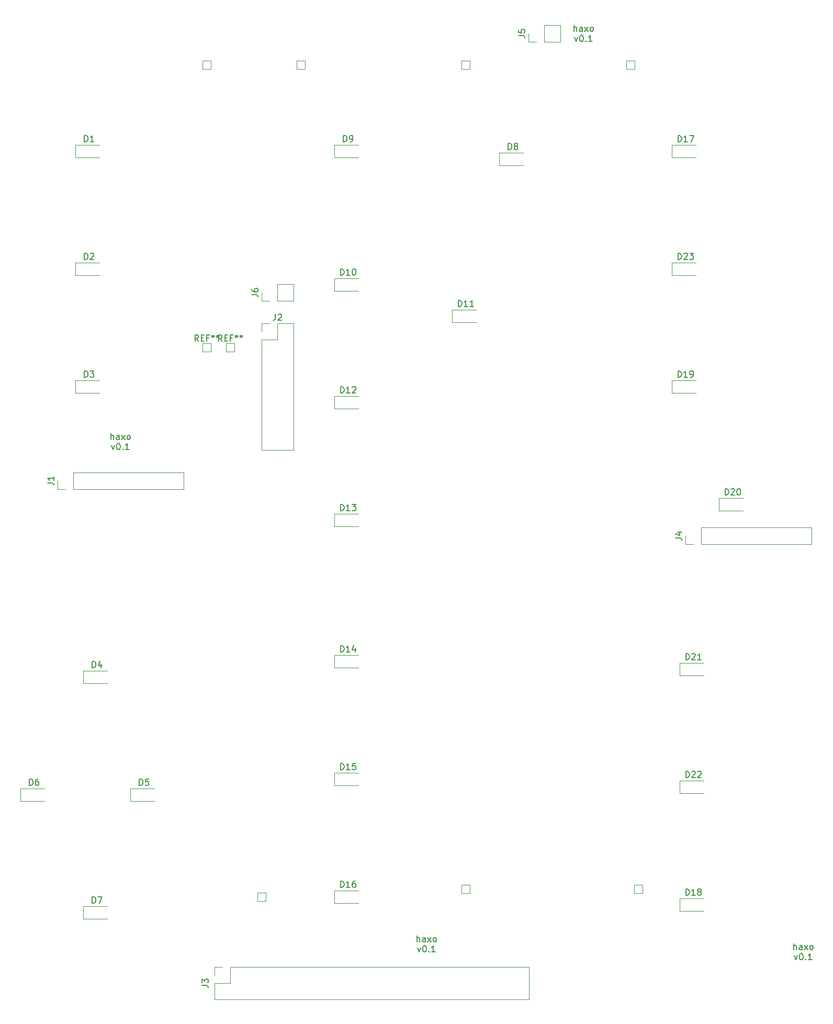
<source format=gbr>
%TF.GenerationSoftware,KiCad,Pcbnew,(5.1.10-1-10_14)*%
%TF.CreationDate,2021-05-06T19:08:34+01:00*%
%TF.ProjectId,haxophone001,6861786f-7068-46f6-9e65-3030312e6b69,rev?*%
%TF.SameCoordinates,Original*%
%TF.FileFunction,Legend,Top*%
%TF.FilePolarity,Positive*%
%FSLAX46Y46*%
G04 Gerber Fmt 4.6, Leading zero omitted, Abs format (unit mm)*
G04 Created by KiCad (PCBNEW (5.1.10-1-10_14)) date 2021-05-06 19:08:34*
%MOMM*%
%LPD*%
G01*
G04 APERTURE LIST*
%ADD10C,0.150000*%
%ADD11C,0.120000*%
G04 APERTURE END LIST*
D10*
X135636190Y-17407380D02*
X135636190Y-16407380D01*
X136064761Y-17407380D02*
X136064761Y-16883571D01*
X136017142Y-16788333D01*
X135921904Y-16740714D01*
X135779047Y-16740714D01*
X135683809Y-16788333D01*
X135636190Y-16835952D01*
X136969523Y-17407380D02*
X136969523Y-16883571D01*
X136921904Y-16788333D01*
X136826666Y-16740714D01*
X136636190Y-16740714D01*
X136540952Y-16788333D01*
X136969523Y-17359761D02*
X136874285Y-17407380D01*
X136636190Y-17407380D01*
X136540952Y-17359761D01*
X136493333Y-17264523D01*
X136493333Y-17169285D01*
X136540952Y-17074047D01*
X136636190Y-17026428D01*
X136874285Y-17026428D01*
X136969523Y-16978809D01*
X137350476Y-17407380D02*
X137874285Y-16740714D01*
X137350476Y-16740714D02*
X137874285Y-17407380D01*
X138398095Y-17407380D02*
X138302857Y-17359761D01*
X138255238Y-17312142D01*
X138207619Y-17216904D01*
X138207619Y-16931190D01*
X138255238Y-16835952D01*
X138302857Y-16788333D01*
X138398095Y-16740714D01*
X138540952Y-16740714D01*
X138636190Y-16788333D01*
X138683809Y-16835952D01*
X138731428Y-16931190D01*
X138731428Y-17216904D01*
X138683809Y-17312142D01*
X138636190Y-17359761D01*
X138540952Y-17407380D01*
X138398095Y-17407380D01*
X135731428Y-18390714D02*
X135969523Y-19057380D01*
X136207619Y-18390714D01*
X136779047Y-18057380D02*
X136874285Y-18057380D01*
X136969523Y-18105000D01*
X137017142Y-18152619D01*
X137064761Y-18247857D01*
X137112380Y-18438333D01*
X137112380Y-18676428D01*
X137064761Y-18866904D01*
X137017142Y-18962142D01*
X136969523Y-19009761D01*
X136874285Y-19057380D01*
X136779047Y-19057380D01*
X136683809Y-19009761D01*
X136636190Y-18962142D01*
X136588571Y-18866904D01*
X136540952Y-18676428D01*
X136540952Y-18438333D01*
X136588571Y-18247857D01*
X136636190Y-18152619D01*
X136683809Y-18105000D01*
X136779047Y-18057380D01*
X137540952Y-18962142D02*
X137588571Y-19009761D01*
X137540952Y-19057380D01*
X137493333Y-19009761D01*
X137540952Y-18962142D01*
X137540952Y-19057380D01*
X138540952Y-19057380D02*
X137969523Y-19057380D01*
X138255238Y-19057380D02*
X138255238Y-18057380D01*
X138160000Y-18200238D01*
X138064761Y-18295476D01*
X137969523Y-18343095D01*
X60706190Y-83447380D02*
X60706190Y-82447380D01*
X61134761Y-83447380D02*
X61134761Y-82923571D01*
X61087142Y-82828333D01*
X60991904Y-82780714D01*
X60849047Y-82780714D01*
X60753809Y-82828333D01*
X60706190Y-82875952D01*
X62039523Y-83447380D02*
X62039523Y-82923571D01*
X61991904Y-82828333D01*
X61896666Y-82780714D01*
X61706190Y-82780714D01*
X61610952Y-82828333D01*
X62039523Y-83399761D02*
X61944285Y-83447380D01*
X61706190Y-83447380D01*
X61610952Y-83399761D01*
X61563333Y-83304523D01*
X61563333Y-83209285D01*
X61610952Y-83114047D01*
X61706190Y-83066428D01*
X61944285Y-83066428D01*
X62039523Y-83018809D01*
X62420476Y-83447380D02*
X62944285Y-82780714D01*
X62420476Y-82780714D02*
X62944285Y-83447380D01*
X63468095Y-83447380D02*
X63372857Y-83399761D01*
X63325238Y-83352142D01*
X63277619Y-83256904D01*
X63277619Y-82971190D01*
X63325238Y-82875952D01*
X63372857Y-82828333D01*
X63468095Y-82780714D01*
X63610952Y-82780714D01*
X63706190Y-82828333D01*
X63753809Y-82875952D01*
X63801428Y-82971190D01*
X63801428Y-83256904D01*
X63753809Y-83352142D01*
X63706190Y-83399761D01*
X63610952Y-83447380D01*
X63468095Y-83447380D01*
X60801428Y-84430714D02*
X61039523Y-85097380D01*
X61277619Y-84430714D01*
X61849047Y-84097380D02*
X61944285Y-84097380D01*
X62039523Y-84145000D01*
X62087142Y-84192619D01*
X62134761Y-84287857D01*
X62182380Y-84478333D01*
X62182380Y-84716428D01*
X62134761Y-84906904D01*
X62087142Y-85002142D01*
X62039523Y-85049761D01*
X61944285Y-85097380D01*
X61849047Y-85097380D01*
X61753809Y-85049761D01*
X61706190Y-85002142D01*
X61658571Y-84906904D01*
X61610952Y-84716428D01*
X61610952Y-84478333D01*
X61658571Y-84287857D01*
X61706190Y-84192619D01*
X61753809Y-84145000D01*
X61849047Y-84097380D01*
X62610952Y-85002142D02*
X62658571Y-85049761D01*
X62610952Y-85097380D01*
X62563333Y-85049761D01*
X62610952Y-85002142D01*
X62610952Y-85097380D01*
X63610952Y-85097380D02*
X63039523Y-85097380D01*
X63325238Y-85097380D02*
X63325238Y-84097380D01*
X63230000Y-84240238D01*
X63134761Y-84335476D01*
X63039523Y-84383095D01*
X171196190Y-165997380D02*
X171196190Y-164997380D01*
X171624761Y-165997380D02*
X171624761Y-165473571D01*
X171577142Y-165378333D01*
X171481904Y-165330714D01*
X171339047Y-165330714D01*
X171243809Y-165378333D01*
X171196190Y-165425952D01*
X172529523Y-165997380D02*
X172529523Y-165473571D01*
X172481904Y-165378333D01*
X172386666Y-165330714D01*
X172196190Y-165330714D01*
X172100952Y-165378333D01*
X172529523Y-165949761D02*
X172434285Y-165997380D01*
X172196190Y-165997380D01*
X172100952Y-165949761D01*
X172053333Y-165854523D01*
X172053333Y-165759285D01*
X172100952Y-165664047D01*
X172196190Y-165616428D01*
X172434285Y-165616428D01*
X172529523Y-165568809D01*
X172910476Y-165997380D02*
X173434285Y-165330714D01*
X172910476Y-165330714D02*
X173434285Y-165997380D01*
X173958095Y-165997380D02*
X173862857Y-165949761D01*
X173815238Y-165902142D01*
X173767619Y-165806904D01*
X173767619Y-165521190D01*
X173815238Y-165425952D01*
X173862857Y-165378333D01*
X173958095Y-165330714D01*
X174100952Y-165330714D01*
X174196190Y-165378333D01*
X174243809Y-165425952D01*
X174291428Y-165521190D01*
X174291428Y-165806904D01*
X174243809Y-165902142D01*
X174196190Y-165949761D01*
X174100952Y-165997380D01*
X173958095Y-165997380D01*
X171291428Y-166980714D02*
X171529523Y-167647380D01*
X171767619Y-166980714D01*
X172339047Y-166647380D02*
X172434285Y-166647380D01*
X172529523Y-166695000D01*
X172577142Y-166742619D01*
X172624761Y-166837857D01*
X172672380Y-167028333D01*
X172672380Y-167266428D01*
X172624761Y-167456904D01*
X172577142Y-167552142D01*
X172529523Y-167599761D01*
X172434285Y-167647380D01*
X172339047Y-167647380D01*
X172243809Y-167599761D01*
X172196190Y-167552142D01*
X172148571Y-167456904D01*
X172100952Y-167266428D01*
X172100952Y-167028333D01*
X172148571Y-166837857D01*
X172196190Y-166742619D01*
X172243809Y-166695000D01*
X172339047Y-166647380D01*
X173100952Y-167552142D02*
X173148571Y-167599761D01*
X173100952Y-167647380D01*
X173053333Y-167599761D01*
X173100952Y-167552142D01*
X173100952Y-167647380D01*
X174100952Y-167647380D02*
X173529523Y-167647380D01*
X173815238Y-167647380D02*
X173815238Y-166647380D01*
X173720000Y-166790238D01*
X173624761Y-166885476D01*
X173529523Y-166933095D01*
X110236190Y-164727380D02*
X110236190Y-163727380D01*
X110664761Y-164727380D02*
X110664761Y-164203571D01*
X110617142Y-164108333D01*
X110521904Y-164060714D01*
X110379047Y-164060714D01*
X110283809Y-164108333D01*
X110236190Y-164155952D01*
X111569523Y-164727380D02*
X111569523Y-164203571D01*
X111521904Y-164108333D01*
X111426666Y-164060714D01*
X111236190Y-164060714D01*
X111140952Y-164108333D01*
X111569523Y-164679761D02*
X111474285Y-164727380D01*
X111236190Y-164727380D01*
X111140952Y-164679761D01*
X111093333Y-164584523D01*
X111093333Y-164489285D01*
X111140952Y-164394047D01*
X111236190Y-164346428D01*
X111474285Y-164346428D01*
X111569523Y-164298809D01*
X111950476Y-164727380D02*
X112474285Y-164060714D01*
X111950476Y-164060714D02*
X112474285Y-164727380D01*
X112998095Y-164727380D02*
X112902857Y-164679761D01*
X112855238Y-164632142D01*
X112807619Y-164536904D01*
X112807619Y-164251190D01*
X112855238Y-164155952D01*
X112902857Y-164108333D01*
X112998095Y-164060714D01*
X113140952Y-164060714D01*
X113236190Y-164108333D01*
X113283809Y-164155952D01*
X113331428Y-164251190D01*
X113331428Y-164536904D01*
X113283809Y-164632142D01*
X113236190Y-164679761D01*
X113140952Y-164727380D01*
X112998095Y-164727380D01*
X110331428Y-165710714D02*
X110569523Y-166377380D01*
X110807619Y-165710714D01*
X111379047Y-165377380D02*
X111474285Y-165377380D01*
X111569523Y-165425000D01*
X111617142Y-165472619D01*
X111664761Y-165567857D01*
X111712380Y-165758333D01*
X111712380Y-165996428D01*
X111664761Y-166186904D01*
X111617142Y-166282142D01*
X111569523Y-166329761D01*
X111474285Y-166377380D01*
X111379047Y-166377380D01*
X111283809Y-166329761D01*
X111236190Y-166282142D01*
X111188571Y-166186904D01*
X111140952Y-165996428D01*
X111140952Y-165758333D01*
X111188571Y-165567857D01*
X111236190Y-165472619D01*
X111283809Y-165425000D01*
X111379047Y-165377380D01*
X112140952Y-166282142D02*
X112188571Y-166329761D01*
X112140952Y-166377380D01*
X112093333Y-166329761D01*
X112140952Y-166282142D01*
X112140952Y-166377380D01*
X113140952Y-166377380D02*
X112569523Y-166377380D01*
X112855238Y-166377380D02*
X112855238Y-165377380D01*
X112760000Y-165520238D01*
X112664761Y-165615476D01*
X112569523Y-165663095D01*
D11*
%TO.C,REF\u002A\u002A*%
X79310000Y-67880000D02*
X80710000Y-67880000D01*
X80710000Y-67880000D02*
X80710000Y-69280000D01*
X80710000Y-69280000D02*
X79310000Y-69280000D01*
X79310000Y-69280000D02*
X79310000Y-67880000D01*
X75500000Y-67880000D02*
X76900000Y-67880000D01*
X76900000Y-67880000D02*
X76900000Y-69280000D01*
X76900000Y-69280000D02*
X75500000Y-69280000D01*
X75500000Y-69280000D02*
X75500000Y-67880000D01*
X84390000Y-156780000D02*
X85790000Y-156780000D01*
X85790000Y-156780000D02*
X85790000Y-158180000D01*
X85790000Y-158180000D02*
X84390000Y-158180000D01*
X84390000Y-158180000D02*
X84390000Y-156780000D01*
X90740000Y-22160000D02*
X92140000Y-22160000D01*
X92140000Y-22160000D02*
X92140000Y-23560000D01*
X92140000Y-23560000D02*
X90740000Y-23560000D01*
X90740000Y-23560000D02*
X90740000Y-22160000D01*
X75500000Y-22160000D02*
X76900000Y-22160000D01*
X76900000Y-22160000D02*
X76900000Y-23560000D01*
X76900000Y-23560000D02*
X75500000Y-23560000D01*
X75500000Y-23560000D02*
X75500000Y-22160000D01*
X144080000Y-22160000D02*
X145480000Y-22160000D01*
X145480000Y-22160000D02*
X145480000Y-23560000D01*
X145480000Y-23560000D02*
X144080000Y-23560000D01*
X144080000Y-23560000D02*
X144080000Y-22160000D01*
X117410000Y-22160000D02*
X118810000Y-22160000D01*
X118810000Y-22160000D02*
X118810000Y-23560000D01*
X118810000Y-23560000D02*
X117410000Y-23560000D01*
X117410000Y-23560000D02*
X117410000Y-22160000D01*
X145350000Y-155510000D02*
X146750000Y-155510000D01*
X146750000Y-155510000D02*
X146750000Y-156910000D01*
X146750000Y-156910000D02*
X145350000Y-156910000D01*
X145350000Y-156910000D02*
X145350000Y-155510000D01*
X117410000Y-155510000D02*
X118810000Y-155510000D01*
X118810000Y-155510000D02*
X118810000Y-156910000D01*
X118810000Y-156910000D02*
X117410000Y-156910000D01*
X117410000Y-156910000D02*
X117410000Y-155510000D01*
%TO.C,J2*%
X85030000Y-64710000D02*
X86360000Y-64710000D01*
X85030000Y-66040000D02*
X85030000Y-64710000D01*
X87630000Y-64710000D02*
X90230000Y-64710000D01*
X87630000Y-67310000D02*
X87630000Y-64710000D01*
X85030000Y-67310000D02*
X87630000Y-67310000D01*
X90230000Y-64710000D02*
X90230000Y-85150000D01*
X85030000Y-67310000D02*
X85030000Y-85150000D01*
X85030000Y-85150000D02*
X90230000Y-85150000D01*
%TO.C,D8*%
X123480000Y-37100000D02*
X123480000Y-39100000D01*
X123480000Y-39100000D02*
X127380000Y-39100000D01*
X123480000Y-37100000D02*
X127380000Y-37100000D01*
%TO.C,D16*%
X96810000Y-156480000D02*
X100710000Y-156480000D01*
X96810000Y-158480000D02*
X100710000Y-158480000D01*
X96810000Y-156480000D02*
X96810000Y-158480000D01*
%TO.C,D4*%
X56170000Y-120920000D02*
X56170000Y-122920000D01*
X56170000Y-122920000D02*
X60070000Y-122920000D01*
X56170000Y-120920000D02*
X60070000Y-120920000D01*
%TO.C,D5*%
X63790000Y-139970000D02*
X63790000Y-141970000D01*
X63790000Y-141970000D02*
X67690000Y-141970000D01*
X63790000Y-139970000D02*
X67690000Y-139970000D01*
%TO.C,D6*%
X46010000Y-139970000D02*
X46010000Y-141970000D01*
X46010000Y-141970000D02*
X49910000Y-141970000D01*
X46010000Y-139970000D02*
X49910000Y-139970000D01*
%TO.C,D7*%
X56170000Y-159020000D02*
X56170000Y-161020000D01*
X56170000Y-161020000D02*
X60070000Y-161020000D01*
X56170000Y-159020000D02*
X60070000Y-159020000D01*
%TO.C,D9*%
X96810000Y-35830000D02*
X100710000Y-35830000D01*
X96810000Y-37830000D02*
X100710000Y-37830000D01*
X96810000Y-35830000D02*
X96810000Y-37830000D01*
%TO.C,D10*%
X96810000Y-57420000D02*
X100710000Y-57420000D01*
X96810000Y-59420000D02*
X100710000Y-59420000D01*
X96810000Y-57420000D02*
X96810000Y-59420000D01*
%TO.C,D11*%
X115860000Y-62500000D02*
X119760000Y-62500000D01*
X115860000Y-64500000D02*
X119760000Y-64500000D01*
X115860000Y-62500000D02*
X115860000Y-64500000D01*
%TO.C,D12*%
X96810000Y-76470000D02*
X96810000Y-78470000D01*
X96810000Y-78470000D02*
X100710000Y-78470000D01*
X96810000Y-76470000D02*
X100710000Y-76470000D01*
%TO.C,D13*%
X96810000Y-95520000D02*
X96810000Y-97520000D01*
X96810000Y-97520000D02*
X100710000Y-97520000D01*
X96810000Y-95520000D02*
X100710000Y-95520000D01*
%TO.C,D14*%
X96810000Y-118380000D02*
X96810000Y-120380000D01*
X96810000Y-120380000D02*
X100710000Y-120380000D01*
X96810000Y-118380000D02*
X100710000Y-118380000D01*
%TO.C,D15*%
X96810000Y-137430000D02*
X96810000Y-139430000D01*
X96810000Y-139430000D02*
X100710000Y-139430000D01*
X96810000Y-137430000D02*
X100710000Y-137430000D01*
%TO.C,D17*%
X151420000Y-35830000D02*
X155320000Y-35830000D01*
X151420000Y-37830000D02*
X155320000Y-37830000D01*
X151420000Y-35830000D02*
X151420000Y-37830000D01*
%TO.C,D18*%
X152690000Y-157750000D02*
X156590000Y-157750000D01*
X152690000Y-159750000D02*
X156590000Y-159750000D01*
X152690000Y-157750000D02*
X152690000Y-159750000D01*
%TO.C,D19*%
X151420000Y-73930000D02*
X155320000Y-73930000D01*
X151420000Y-75930000D02*
X155320000Y-75930000D01*
X151420000Y-73930000D02*
X151420000Y-75930000D01*
%TO.C,D20*%
X159040000Y-92980000D02*
X162940000Y-92980000D01*
X159040000Y-94980000D02*
X162940000Y-94980000D01*
X159040000Y-92980000D02*
X159040000Y-94980000D01*
%TO.C,D21*%
X152690000Y-119650000D02*
X152690000Y-121650000D01*
X152690000Y-121650000D02*
X156590000Y-121650000D01*
X152690000Y-119650000D02*
X156590000Y-119650000D01*
%TO.C,D22*%
X152690000Y-138700000D02*
X152690000Y-140700000D01*
X152690000Y-140700000D02*
X156590000Y-140700000D01*
X152690000Y-138700000D02*
X156590000Y-138700000D01*
%TO.C,D23*%
X151420000Y-54880000D02*
X151420000Y-56880000D01*
X151420000Y-56880000D02*
X155320000Y-56880000D01*
X151420000Y-54880000D02*
X155320000Y-54880000D01*
%TO.C,J3*%
X77410000Y-170180000D02*
X77410000Y-168850000D01*
X77410000Y-168850000D02*
X78740000Y-168850000D01*
X77410000Y-171450000D02*
X80010000Y-171450000D01*
X80010000Y-171450000D02*
X80010000Y-168850000D01*
X80010000Y-168850000D02*
X128330000Y-168850000D01*
X128330000Y-174050000D02*
X128330000Y-168850000D01*
X77410000Y-174050000D02*
X128330000Y-174050000D01*
X77410000Y-174050000D02*
X77410000Y-171450000D01*
%TO.C,J6*%
X90230000Y-61020000D02*
X90230000Y-58360000D01*
X87630000Y-61020000D02*
X90230000Y-61020000D01*
X87630000Y-58360000D02*
X90230000Y-58360000D01*
X87630000Y-61020000D02*
X87630000Y-58360000D01*
X86360000Y-61020000D02*
X85030000Y-61020000D01*
X85030000Y-61020000D02*
X85030000Y-59690000D01*
%TO.C,J5*%
X133410000Y-19110000D02*
X133410000Y-16450000D01*
X130810000Y-19110000D02*
X133410000Y-19110000D01*
X130810000Y-16450000D02*
X133410000Y-16450000D01*
X130810000Y-19110000D02*
X130810000Y-16450000D01*
X129540000Y-19110000D02*
X128210000Y-19110000D01*
X128210000Y-19110000D02*
X128210000Y-17780000D01*
%TO.C,D2*%
X54900000Y-54880000D02*
X58800000Y-54880000D01*
X54900000Y-56880000D02*
X58800000Y-56880000D01*
X54900000Y-54880000D02*
X54900000Y-56880000D01*
%TO.C,D3*%
X54900000Y-73930000D02*
X58800000Y-73930000D01*
X54900000Y-75930000D02*
X58800000Y-75930000D01*
X54900000Y-73930000D02*
X54900000Y-75930000D01*
%TO.C,D1*%
X54900000Y-35830000D02*
X58800000Y-35830000D01*
X54900000Y-37830000D02*
X58800000Y-37830000D01*
X54900000Y-35830000D02*
X54900000Y-37830000D01*
%TO.C,J1*%
X52010000Y-91500000D02*
X52010000Y-90170000D01*
X53340000Y-91500000D02*
X52010000Y-91500000D01*
X54610000Y-91500000D02*
X54610000Y-88840000D01*
X54610000Y-88840000D02*
X72450000Y-88840000D01*
X54610000Y-91500000D02*
X72450000Y-91500000D01*
X72450000Y-91500000D02*
X72450000Y-88840000D01*
%TO.C,J4*%
X153610000Y-100390000D02*
X153610000Y-99060000D01*
X154940000Y-100390000D02*
X153610000Y-100390000D01*
X156210000Y-100390000D02*
X156210000Y-97730000D01*
X156210000Y-97730000D02*
X174050000Y-97730000D01*
X156210000Y-100390000D02*
X174050000Y-100390000D01*
X174050000Y-100390000D02*
X174050000Y-97730000D01*
%TO.C,REF\u002A\u002A*%
D10*
X78676666Y-67584380D02*
X78343333Y-67108190D01*
X78105238Y-67584380D02*
X78105238Y-66584380D01*
X78486190Y-66584380D01*
X78581428Y-66632000D01*
X78629047Y-66679619D01*
X78676666Y-66774857D01*
X78676666Y-66917714D01*
X78629047Y-67012952D01*
X78581428Y-67060571D01*
X78486190Y-67108190D01*
X78105238Y-67108190D01*
X79105238Y-67060571D02*
X79438571Y-67060571D01*
X79581428Y-67584380D02*
X79105238Y-67584380D01*
X79105238Y-66584380D01*
X79581428Y-66584380D01*
X80343333Y-67060571D02*
X80010000Y-67060571D01*
X80010000Y-67584380D02*
X80010000Y-66584380D01*
X80486190Y-66584380D01*
X81010000Y-66584380D02*
X81010000Y-66822476D01*
X80771904Y-66727238D02*
X81010000Y-66822476D01*
X81248095Y-66727238D01*
X80867142Y-67012952D02*
X81010000Y-66822476D01*
X81152857Y-67012952D01*
X81771904Y-66584380D02*
X81771904Y-66822476D01*
X81533809Y-66727238D02*
X81771904Y-66822476D01*
X82010000Y-66727238D01*
X81629047Y-67012952D02*
X81771904Y-66822476D01*
X81914761Y-67012952D01*
X74866666Y-67584380D02*
X74533333Y-67108190D01*
X74295238Y-67584380D02*
X74295238Y-66584380D01*
X74676190Y-66584380D01*
X74771428Y-66632000D01*
X74819047Y-66679619D01*
X74866666Y-66774857D01*
X74866666Y-66917714D01*
X74819047Y-67012952D01*
X74771428Y-67060571D01*
X74676190Y-67108190D01*
X74295238Y-67108190D01*
X75295238Y-67060571D02*
X75628571Y-67060571D01*
X75771428Y-67584380D02*
X75295238Y-67584380D01*
X75295238Y-66584380D01*
X75771428Y-66584380D01*
X76533333Y-67060571D02*
X76200000Y-67060571D01*
X76200000Y-67584380D02*
X76200000Y-66584380D01*
X76676190Y-66584380D01*
X77200000Y-66584380D02*
X77200000Y-66822476D01*
X76961904Y-66727238D02*
X77200000Y-66822476D01*
X77438095Y-66727238D01*
X77057142Y-67012952D02*
X77200000Y-66822476D01*
X77342857Y-67012952D01*
X77961904Y-66584380D02*
X77961904Y-66822476D01*
X77723809Y-66727238D02*
X77961904Y-66822476D01*
X78200000Y-66727238D01*
X77819047Y-67012952D02*
X77961904Y-66822476D01*
X78104761Y-67012952D01*
%TO.C,J2*%
X87296666Y-63162380D02*
X87296666Y-63876666D01*
X87249047Y-64019523D01*
X87153809Y-64114761D01*
X87010952Y-64162380D01*
X86915714Y-64162380D01*
X87725238Y-63257619D02*
X87772857Y-63210000D01*
X87868095Y-63162380D01*
X88106190Y-63162380D01*
X88201428Y-63210000D01*
X88249047Y-63257619D01*
X88296666Y-63352857D01*
X88296666Y-63448095D01*
X88249047Y-63590952D01*
X87677619Y-64162380D01*
X88296666Y-64162380D01*
%TO.C,D8*%
X124991904Y-36552380D02*
X124991904Y-35552380D01*
X125230000Y-35552380D01*
X125372857Y-35600000D01*
X125468095Y-35695238D01*
X125515714Y-35790476D01*
X125563333Y-35980952D01*
X125563333Y-36123809D01*
X125515714Y-36314285D01*
X125468095Y-36409523D01*
X125372857Y-36504761D01*
X125230000Y-36552380D01*
X124991904Y-36552380D01*
X126134761Y-35980952D02*
X126039523Y-35933333D01*
X125991904Y-35885714D01*
X125944285Y-35790476D01*
X125944285Y-35742857D01*
X125991904Y-35647619D01*
X126039523Y-35600000D01*
X126134761Y-35552380D01*
X126325238Y-35552380D01*
X126420476Y-35600000D01*
X126468095Y-35647619D01*
X126515714Y-35742857D01*
X126515714Y-35790476D01*
X126468095Y-35885714D01*
X126420476Y-35933333D01*
X126325238Y-35980952D01*
X126134761Y-35980952D01*
X126039523Y-36028571D01*
X125991904Y-36076190D01*
X125944285Y-36171428D01*
X125944285Y-36361904D01*
X125991904Y-36457142D01*
X126039523Y-36504761D01*
X126134761Y-36552380D01*
X126325238Y-36552380D01*
X126420476Y-36504761D01*
X126468095Y-36457142D01*
X126515714Y-36361904D01*
X126515714Y-36171428D01*
X126468095Y-36076190D01*
X126420476Y-36028571D01*
X126325238Y-35980952D01*
%TO.C,D16*%
X97845714Y-155932380D02*
X97845714Y-154932380D01*
X98083809Y-154932380D01*
X98226666Y-154980000D01*
X98321904Y-155075238D01*
X98369523Y-155170476D01*
X98417142Y-155360952D01*
X98417142Y-155503809D01*
X98369523Y-155694285D01*
X98321904Y-155789523D01*
X98226666Y-155884761D01*
X98083809Y-155932380D01*
X97845714Y-155932380D01*
X99369523Y-155932380D02*
X98798095Y-155932380D01*
X99083809Y-155932380D02*
X99083809Y-154932380D01*
X98988571Y-155075238D01*
X98893333Y-155170476D01*
X98798095Y-155218095D01*
X100226666Y-154932380D02*
X100036190Y-154932380D01*
X99940952Y-154980000D01*
X99893333Y-155027619D01*
X99798095Y-155170476D01*
X99750476Y-155360952D01*
X99750476Y-155741904D01*
X99798095Y-155837142D01*
X99845714Y-155884761D01*
X99940952Y-155932380D01*
X100131428Y-155932380D01*
X100226666Y-155884761D01*
X100274285Y-155837142D01*
X100321904Y-155741904D01*
X100321904Y-155503809D01*
X100274285Y-155408571D01*
X100226666Y-155360952D01*
X100131428Y-155313333D01*
X99940952Y-155313333D01*
X99845714Y-155360952D01*
X99798095Y-155408571D01*
X99750476Y-155503809D01*
%TO.C,D4*%
X57681904Y-120372380D02*
X57681904Y-119372380D01*
X57920000Y-119372380D01*
X58062857Y-119420000D01*
X58158095Y-119515238D01*
X58205714Y-119610476D01*
X58253333Y-119800952D01*
X58253333Y-119943809D01*
X58205714Y-120134285D01*
X58158095Y-120229523D01*
X58062857Y-120324761D01*
X57920000Y-120372380D01*
X57681904Y-120372380D01*
X59110476Y-119705714D02*
X59110476Y-120372380D01*
X58872380Y-119324761D02*
X58634285Y-120039047D01*
X59253333Y-120039047D01*
%TO.C,D5*%
X65301904Y-139422380D02*
X65301904Y-138422380D01*
X65540000Y-138422380D01*
X65682857Y-138470000D01*
X65778095Y-138565238D01*
X65825714Y-138660476D01*
X65873333Y-138850952D01*
X65873333Y-138993809D01*
X65825714Y-139184285D01*
X65778095Y-139279523D01*
X65682857Y-139374761D01*
X65540000Y-139422380D01*
X65301904Y-139422380D01*
X66778095Y-138422380D02*
X66301904Y-138422380D01*
X66254285Y-138898571D01*
X66301904Y-138850952D01*
X66397142Y-138803333D01*
X66635238Y-138803333D01*
X66730476Y-138850952D01*
X66778095Y-138898571D01*
X66825714Y-138993809D01*
X66825714Y-139231904D01*
X66778095Y-139327142D01*
X66730476Y-139374761D01*
X66635238Y-139422380D01*
X66397142Y-139422380D01*
X66301904Y-139374761D01*
X66254285Y-139327142D01*
%TO.C,D6*%
X47521904Y-139422380D02*
X47521904Y-138422380D01*
X47760000Y-138422380D01*
X47902857Y-138470000D01*
X47998095Y-138565238D01*
X48045714Y-138660476D01*
X48093333Y-138850952D01*
X48093333Y-138993809D01*
X48045714Y-139184285D01*
X47998095Y-139279523D01*
X47902857Y-139374761D01*
X47760000Y-139422380D01*
X47521904Y-139422380D01*
X48950476Y-138422380D02*
X48760000Y-138422380D01*
X48664761Y-138470000D01*
X48617142Y-138517619D01*
X48521904Y-138660476D01*
X48474285Y-138850952D01*
X48474285Y-139231904D01*
X48521904Y-139327142D01*
X48569523Y-139374761D01*
X48664761Y-139422380D01*
X48855238Y-139422380D01*
X48950476Y-139374761D01*
X48998095Y-139327142D01*
X49045714Y-139231904D01*
X49045714Y-138993809D01*
X48998095Y-138898571D01*
X48950476Y-138850952D01*
X48855238Y-138803333D01*
X48664761Y-138803333D01*
X48569523Y-138850952D01*
X48521904Y-138898571D01*
X48474285Y-138993809D01*
%TO.C,D7*%
X57681904Y-158472380D02*
X57681904Y-157472380D01*
X57920000Y-157472380D01*
X58062857Y-157520000D01*
X58158095Y-157615238D01*
X58205714Y-157710476D01*
X58253333Y-157900952D01*
X58253333Y-158043809D01*
X58205714Y-158234285D01*
X58158095Y-158329523D01*
X58062857Y-158424761D01*
X57920000Y-158472380D01*
X57681904Y-158472380D01*
X58586666Y-157472380D02*
X59253333Y-157472380D01*
X58824761Y-158472380D01*
%TO.C,D9*%
X98321904Y-35282380D02*
X98321904Y-34282380D01*
X98560000Y-34282380D01*
X98702857Y-34330000D01*
X98798095Y-34425238D01*
X98845714Y-34520476D01*
X98893333Y-34710952D01*
X98893333Y-34853809D01*
X98845714Y-35044285D01*
X98798095Y-35139523D01*
X98702857Y-35234761D01*
X98560000Y-35282380D01*
X98321904Y-35282380D01*
X99369523Y-35282380D02*
X99560000Y-35282380D01*
X99655238Y-35234761D01*
X99702857Y-35187142D01*
X99798095Y-35044285D01*
X99845714Y-34853809D01*
X99845714Y-34472857D01*
X99798095Y-34377619D01*
X99750476Y-34330000D01*
X99655238Y-34282380D01*
X99464761Y-34282380D01*
X99369523Y-34330000D01*
X99321904Y-34377619D01*
X99274285Y-34472857D01*
X99274285Y-34710952D01*
X99321904Y-34806190D01*
X99369523Y-34853809D01*
X99464761Y-34901428D01*
X99655238Y-34901428D01*
X99750476Y-34853809D01*
X99798095Y-34806190D01*
X99845714Y-34710952D01*
%TO.C,D10*%
X97845714Y-56872380D02*
X97845714Y-55872380D01*
X98083809Y-55872380D01*
X98226666Y-55920000D01*
X98321904Y-56015238D01*
X98369523Y-56110476D01*
X98417142Y-56300952D01*
X98417142Y-56443809D01*
X98369523Y-56634285D01*
X98321904Y-56729523D01*
X98226666Y-56824761D01*
X98083809Y-56872380D01*
X97845714Y-56872380D01*
X99369523Y-56872380D02*
X98798095Y-56872380D01*
X99083809Y-56872380D02*
X99083809Y-55872380D01*
X98988571Y-56015238D01*
X98893333Y-56110476D01*
X98798095Y-56158095D01*
X99988571Y-55872380D02*
X100083809Y-55872380D01*
X100179047Y-55920000D01*
X100226666Y-55967619D01*
X100274285Y-56062857D01*
X100321904Y-56253333D01*
X100321904Y-56491428D01*
X100274285Y-56681904D01*
X100226666Y-56777142D01*
X100179047Y-56824761D01*
X100083809Y-56872380D01*
X99988571Y-56872380D01*
X99893333Y-56824761D01*
X99845714Y-56777142D01*
X99798095Y-56681904D01*
X99750476Y-56491428D01*
X99750476Y-56253333D01*
X99798095Y-56062857D01*
X99845714Y-55967619D01*
X99893333Y-55920000D01*
X99988571Y-55872380D01*
%TO.C,D11*%
X116895714Y-61952380D02*
X116895714Y-60952380D01*
X117133809Y-60952380D01*
X117276666Y-61000000D01*
X117371904Y-61095238D01*
X117419523Y-61190476D01*
X117467142Y-61380952D01*
X117467142Y-61523809D01*
X117419523Y-61714285D01*
X117371904Y-61809523D01*
X117276666Y-61904761D01*
X117133809Y-61952380D01*
X116895714Y-61952380D01*
X118419523Y-61952380D02*
X117848095Y-61952380D01*
X118133809Y-61952380D02*
X118133809Y-60952380D01*
X118038571Y-61095238D01*
X117943333Y-61190476D01*
X117848095Y-61238095D01*
X119371904Y-61952380D02*
X118800476Y-61952380D01*
X119086190Y-61952380D02*
X119086190Y-60952380D01*
X118990952Y-61095238D01*
X118895714Y-61190476D01*
X118800476Y-61238095D01*
%TO.C,D12*%
X97845714Y-75922380D02*
X97845714Y-74922380D01*
X98083809Y-74922380D01*
X98226666Y-74970000D01*
X98321904Y-75065238D01*
X98369523Y-75160476D01*
X98417142Y-75350952D01*
X98417142Y-75493809D01*
X98369523Y-75684285D01*
X98321904Y-75779523D01*
X98226666Y-75874761D01*
X98083809Y-75922380D01*
X97845714Y-75922380D01*
X99369523Y-75922380D02*
X98798095Y-75922380D01*
X99083809Y-75922380D02*
X99083809Y-74922380D01*
X98988571Y-75065238D01*
X98893333Y-75160476D01*
X98798095Y-75208095D01*
X99750476Y-75017619D02*
X99798095Y-74970000D01*
X99893333Y-74922380D01*
X100131428Y-74922380D01*
X100226666Y-74970000D01*
X100274285Y-75017619D01*
X100321904Y-75112857D01*
X100321904Y-75208095D01*
X100274285Y-75350952D01*
X99702857Y-75922380D01*
X100321904Y-75922380D01*
%TO.C,D13*%
X97845714Y-94972380D02*
X97845714Y-93972380D01*
X98083809Y-93972380D01*
X98226666Y-94020000D01*
X98321904Y-94115238D01*
X98369523Y-94210476D01*
X98417142Y-94400952D01*
X98417142Y-94543809D01*
X98369523Y-94734285D01*
X98321904Y-94829523D01*
X98226666Y-94924761D01*
X98083809Y-94972380D01*
X97845714Y-94972380D01*
X99369523Y-94972380D02*
X98798095Y-94972380D01*
X99083809Y-94972380D02*
X99083809Y-93972380D01*
X98988571Y-94115238D01*
X98893333Y-94210476D01*
X98798095Y-94258095D01*
X99702857Y-93972380D02*
X100321904Y-93972380D01*
X99988571Y-94353333D01*
X100131428Y-94353333D01*
X100226666Y-94400952D01*
X100274285Y-94448571D01*
X100321904Y-94543809D01*
X100321904Y-94781904D01*
X100274285Y-94877142D01*
X100226666Y-94924761D01*
X100131428Y-94972380D01*
X99845714Y-94972380D01*
X99750476Y-94924761D01*
X99702857Y-94877142D01*
%TO.C,D14*%
X97845714Y-117832380D02*
X97845714Y-116832380D01*
X98083809Y-116832380D01*
X98226666Y-116880000D01*
X98321904Y-116975238D01*
X98369523Y-117070476D01*
X98417142Y-117260952D01*
X98417142Y-117403809D01*
X98369523Y-117594285D01*
X98321904Y-117689523D01*
X98226666Y-117784761D01*
X98083809Y-117832380D01*
X97845714Y-117832380D01*
X99369523Y-117832380D02*
X98798095Y-117832380D01*
X99083809Y-117832380D02*
X99083809Y-116832380D01*
X98988571Y-116975238D01*
X98893333Y-117070476D01*
X98798095Y-117118095D01*
X100226666Y-117165714D02*
X100226666Y-117832380D01*
X99988571Y-116784761D02*
X99750476Y-117499047D01*
X100369523Y-117499047D01*
%TO.C,D15*%
X97845714Y-136882380D02*
X97845714Y-135882380D01*
X98083809Y-135882380D01*
X98226666Y-135930000D01*
X98321904Y-136025238D01*
X98369523Y-136120476D01*
X98417142Y-136310952D01*
X98417142Y-136453809D01*
X98369523Y-136644285D01*
X98321904Y-136739523D01*
X98226666Y-136834761D01*
X98083809Y-136882380D01*
X97845714Y-136882380D01*
X99369523Y-136882380D02*
X98798095Y-136882380D01*
X99083809Y-136882380D02*
X99083809Y-135882380D01*
X98988571Y-136025238D01*
X98893333Y-136120476D01*
X98798095Y-136168095D01*
X100274285Y-135882380D02*
X99798095Y-135882380D01*
X99750476Y-136358571D01*
X99798095Y-136310952D01*
X99893333Y-136263333D01*
X100131428Y-136263333D01*
X100226666Y-136310952D01*
X100274285Y-136358571D01*
X100321904Y-136453809D01*
X100321904Y-136691904D01*
X100274285Y-136787142D01*
X100226666Y-136834761D01*
X100131428Y-136882380D01*
X99893333Y-136882380D01*
X99798095Y-136834761D01*
X99750476Y-136787142D01*
%TO.C,D17*%
X152455714Y-35282380D02*
X152455714Y-34282380D01*
X152693809Y-34282380D01*
X152836666Y-34330000D01*
X152931904Y-34425238D01*
X152979523Y-34520476D01*
X153027142Y-34710952D01*
X153027142Y-34853809D01*
X152979523Y-35044285D01*
X152931904Y-35139523D01*
X152836666Y-35234761D01*
X152693809Y-35282380D01*
X152455714Y-35282380D01*
X153979523Y-35282380D02*
X153408095Y-35282380D01*
X153693809Y-35282380D02*
X153693809Y-34282380D01*
X153598571Y-34425238D01*
X153503333Y-34520476D01*
X153408095Y-34568095D01*
X154312857Y-34282380D02*
X154979523Y-34282380D01*
X154550952Y-35282380D01*
%TO.C,D18*%
X153725714Y-157202380D02*
X153725714Y-156202380D01*
X153963809Y-156202380D01*
X154106666Y-156250000D01*
X154201904Y-156345238D01*
X154249523Y-156440476D01*
X154297142Y-156630952D01*
X154297142Y-156773809D01*
X154249523Y-156964285D01*
X154201904Y-157059523D01*
X154106666Y-157154761D01*
X153963809Y-157202380D01*
X153725714Y-157202380D01*
X155249523Y-157202380D02*
X154678095Y-157202380D01*
X154963809Y-157202380D02*
X154963809Y-156202380D01*
X154868571Y-156345238D01*
X154773333Y-156440476D01*
X154678095Y-156488095D01*
X155820952Y-156630952D02*
X155725714Y-156583333D01*
X155678095Y-156535714D01*
X155630476Y-156440476D01*
X155630476Y-156392857D01*
X155678095Y-156297619D01*
X155725714Y-156250000D01*
X155820952Y-156202380D01*
X156011428Y-156202380D01*
X156106666Y-156250000D01*
X156154285Y-156297619D01*
X156201904Y-156392857D01*
X156201904Y-156440476D01*
X156154285Y-156535714D01*
X156106666Y-156583333D01*
X156011428Y-156630952D01*
X155820952Y-156630952D01*
X155725714Y-156678571D01*
X155678095Y-156726190D01*
X155630476Y-156821428D01*
X155630476Y-157011904D01*
X155678095Y-157107142D01*
X155725714Y-157154761D01*
X155820952Y-157202380D01*
X156011428Y-157202380D01*
X156106666Y-157154761D01*
X156154285Y-157107142D01*
X156201904Y-157011904D01*
X156201904Y-156821428D01*
X156154285Y-156726190D01*
X156106666Y-156678571D01*
X156011428Y-156630952D01*
%TO.C,D19*%
X152455714Y-73382380D02*
X152455714Y-72382380D01*
X152693809Y-72382380D01*
X152836666Y-72430000D01*
X152931904Y-72525238D01*
X152979523Y-72620476D01*
X153027142Y-72810952D01*
X153027142Y-72953809D01*
X152979523Y-73144285D01*
X152931904Y-73239523D01*
X152836666Y-73334761D01*
X152693809Y-73382380D01*
X152455714Y-73382380D01*
X153979523Y-73382380D02*
X153408095Y-73382380D01*
X153693809Y-73382380D02*
X153693809Y-72382380D01*
X153598571Y-72525238D01*
X153503333Y-72620476D01*
X153408095Y-72668095D01*
X154455714Y-73382380D02*
X154646190Y-73382380D01*
X154741428Y-73334761D01*
X154789047Y-73287142D01*
X154884285Y-73144285D01*
X154931904Y-72953809D01*
X154931904Y-72572857D01*
X154884285Y-72477619D01*
X154836666Y-72430000D01*
X154741428Y-72382380D01*
X154550952Y-72382380D01*
X154455714Y-72430000D01*
X154408095Y-72477619D01*
X154360476Y-72572857D01*
X154360476Y-72810952D01*
X154408095Y-72906190D01*
X154455714Y-72953809D01*
X154550952Y-73001428D01*
X154741428Y-73001428D01*
X154836666Y-72953809D01*
X154884285Y-72906190D01*
X154931904Y-72810952D01*
%TO.C,D20*%
X160075714Y-92432380D02*
X160075714Y-91432380D01*
X160313809Y-91432380D01*
X160456666Y-91480000D01*
X160551904Y-91575238D01*
X160599523Y-91670476D01*
X160647142Y-91860952D01*
X160647142Y-92003809D01*
X160599523Y-92194285D01*
X160551904Y-92289523D01*
X160456666Y-92384761D01*
X160313809Y-92432380D01*
X160075714Y-92432380D01*
X161028095Y-91527619D02*
X161075714Y-91480000D01*
X161170952Y-91432380D01*
X161409047Y-91432380D01*
X161504285Y-91480000D01*
X161551904Y-91527619D01*
X161599523Y-91622857D01*
X161599523Y-91718095D01*
X161551904Y-91860952D01*
X160980476Y-92432380D01*
X161599523Y-92432380D01*
X162218571Y-91432380D02*
X162313809Y-91432380D01*
X162409047Y-91480000D01*
X162456666Y-91527619D01*
X162504285Y-91622857D01*
X162551904Y-91813333D01*
X162551904Y-92051428D01*
X162504285Y-92241904D01*
X162456666Y-92337142D01*
X162409047Y-92384761D01*
X162313809Y-92432380D01*
X162218571Y-92432380D01*
X162123333Y-92384761D01*
X162075714Y-92337142D01*
X162028095Y-92241904D01*
X161980476Y-92051428D01*
X161980476Y-91813333D01*
X162028095Y-91622857D01*
X162075714Y-91527619D01*
X162123333Y-91480000D01*
X162218571Y-91432380D01*
%TO.C,D21*%
X153725714Y-119102380D02*
X153725714Y-118102380D01*
X153963809Y-118102380D01*
X154106666Y-118150000D01*
X154201904Y-118245238D01*
X154249523Y-118340476D01*
X154297142Y-118530952D01*
X154297142Y-118673809D01*
X154249523Y-118864285D01*
X154201904Y-118959523D01*
X154106666Y-119054761D01*
X153963809Y-119102380D01*
X153725714Y-119102380D01*
X154678095Y-118197619D02*
X154725714Y-118150000D01*
X154820952Y-118102380D01*
X155059047Y-118102380D01*
X155154285Y-118150000D01*
X155201904Y-118197619D01*
X155249523Y-118292857D01*
X155249523Y-118388095D01*
X155201904Y-118530952D01*
X154630476Y-119102380D01*
X155249523Y-119102380D01*
X156201904Y-119102380D02*
X155630476Y-119102380D01*
X155916190Y-119102380D02*
X155916190Y-118102380D01*
X155820952Y-118245238D01*
X155725714Y-118340476D01*
X155630476Y-118388095D01*
%TO.C,D22*%
X153725714Y-138152380D02*
X153725714Y-137152380D01*
X153963809Y-137152380D01*
X154106666Y-137200000D01*
X154201904Y-137295238D01*
X154249523Y-137390476D01*
X154297142Y-137580952D01*
X154297142Y-137723809D01*
X154249523Y-137914285D01*
X154201904Y-138009523D01*
X154106666Y-138104761D01*
X153963809Y-138152380D01*
X153725714Y-138152380D01*
X154678095Y-137247619D02*
X154725714Y-137200000D01*
X154820952Y-137152380D01*
X155059047Y-137152380D01*
X155154285Y-137200000D01*
X155201904Y-137247619D01*
X155249523Y-137342857D01*
X155249523Y-137438095D01*
X155201904Y-137580952D01*
X154630476Y-138152380D01*
X155249523Y-138152380D01*
X155630476Y-137247619D02*
X155678095Y-137200000D01*
X155773333Y-137152380D01*
X156011428Y-137152380D01*
X156106666Y-137200000D01*
X156154285Y-137247619D01*
X156201904Y-137342857D01*
X156201904Y-137438095D01*
X156154285Y-137580952D01*
X155582857Y-138152380D01*
X156201904Y-138152380D01*
%TO.C,D23*%
X152455714Y-54332380D02*
X152455714Y-53332380D01*
X152693809Y-53332380D01*
X152836666Y-53380000D01*
X152931904Y-53475238D01*
X152979523Y-53570476D01*
X153027142Y-53760952D01*
X153027142Y-53903809D01*
X152979523Y-54094285D01*
X152931904Y-54189523D01*
X152836666Y-54284761D01*
X152693809Y-54332380D01*
X152455714Y-54332380D01*
X153408095Y-53427619D02*
X153455714Y-53380000D01*
X153550952Y-53332380D01*
X153789047Y-53332380D01*
X153884285Y-53380000D01*
X153931904Y-53427619D01*
X153979523Y-53522857D01*
X153979523Y-53618095D01*
X153931904Y-53760952D01*
X153360476Y-54332380D01*
X153979523Y-54332380D01*
X154312857Y-53332380D02*
X154931904Y-53332380D01*
X154598571Y-53713333D01*
X154741428Y-53713333D01*
X154836666Y-53760952D01*
X154884285Y-53808571D01*
X154931904Y-53903809D01*
X154931904Y-54141904D01*
X154884285Y-54237142D01*
X154836666Y-54284761D01*
X154741428Y-54332380D01*
X154455714Y-54332380D01*
X154360476Y-54284761D01*
X154312857Y-54237142D01*
%TO.C,J3*%
X75422380Y-171783333D02*
X76136666Y-171783333D01*
X76279523Y-171830952D01*
X76374761Y-171926190D01*
X76422380Y-172069047D01*
X76422380Y-172164285D01*
X75422380Y-171402380D02*
X75422380Y-170783333D01*
X75803333Y-171116666D01*
X75803333Y-170973809D01*
X75850952Y-170878571D01*
X75898571Y-170830952D01*
X75993809Y-170783333D01*
X76231904Y-170783333D01*
X76327142Y-170830952D01*
X76374761Y-170878571D01*
X76422380Y-170973809D01*
X76422380Y-171259523D01*
X76374761Y-171354761D01*
X76327142Y-171402380D01*
%TO.C,J6*%
X83482380Y-60023333D02*
X84196666Y-60023333D01*
X84339523Y-60070952D01*
X84434761Y-60166190D01*
X84482380Y-60309047D01*
X84482380Y-60404285D01*
X83482380Y-59118571D02*
X83482380Y-59309047D01*
X83530000Y-59404285D01*
X83577619Y-59451904D01*
X83720476Y-59547142D01*
X83910952Y-59594761D01*
X84291904Y-59594761D01*
X84387142Y-59547142D01*
X84434761Y-59499523D01*
X84482380Y-59404285D01*
X84482380Y-59213809D01*
X84434761Y-59118571D01*
X84387142Y-59070952D01*
X84291904Y-59023333D01*
X84053809Y-59023333D01*
X83958571Y-59070952D01*
X83910952Y-59118571D01*
X83863333Y-59213809D01*
X83863333Y-59404285D01*
X83910952Y-59499523D01*
X83958571Y-59547142D01*
X84053809Y-59594761D01*
%TO.C,J5*%
X126662380Y-18113333D02*
X127376666Y-18113333D01*
X127519523Y-18160952D01*
X127614761Y-18256190D01*
X127662380Y-18399047D01*
X127662380Y-18494285D01*
X126662380Y-17160952D02*
X126662380Y-17637142D01*
X127138571Y-17684761D01*
X127090952Y-17637142D01*
X127043333Y-17541904D01*
X127043333Y-17303809D01*
X127090952Y-17208571D01*
X127138571Y-17160952D01*
X127233809Y-17113333D01*
X127471904Y-17113333D01*
X127567142Y-17160952D01*
X127614761Y-17208571D01*
X127662380Y-17303809D01*
X127662380Y-17541904D01*
X127614761Y-17637142D01*
X127567142Y-17684761D01*
%TO.C,D2*%
X56411904Y-54332380D02*
X56411904Y-53332380D01*
X56650000Y-53332380D01*
X56792857Y-53380000D01*
X56888095Y-53475238D01*
X56935714Y-53570476D01*
X56983333Y-53760952D01*
X56983333Y-53903809D01*
X56935714Y-54094285D01*
X56888095Y-54189523D01*
X56792857Y-54284761D01*
X56650000Y-54332380D01*
X56411904Y-54332380D01*
X57364285Y-53427619D02*
X57411904Y-53380000D01*
X57507142Y-53332380D01*
X57745238Y-53332380D01*
X57840476Y-53380000D01*
X57888095Y-53427619D01*
X57935714Y-53522857D01*
X57935714Y-53618095D01*
X57888095Y-53760952D01*
X57316666Y-54332380D01*
X57935714Y-54332380D01*
%TO.C,D3*%
X56411904Y-73382380D02*
X56411904Y-72382380D01*
X56650000Y-72382380D01*
X56792857Y-72430000D01*
X56888095Y-72525238D01*
X56935714Y-72620476D01*
X56983333Y-72810952D01*
X56983333Y-72953809D01*
X56935714Y-73144285D01*
X56888095Y-73239523D01*
X56792857Y-73334761D01*
X56650000Y-73382380D01*
X56411904Y-73382380D01*
X57316666Y-72382380D02*
X57935714Y-72382380D01*
X57602380Y-72763333D01*
X57745238Y-72763333D01*
X57840476Y-72810952D01*
X57888095Y-72858571D01*
X57935714Y-72953809D01*
X57935714Y-73191904D01*
X57888095Y-73287142D01*
X57840476Y-73334761D01*
X57745238Y-73382380D01*
X57459523Y-73382380D01*
X57364285Y-73334761D01*
X57316666Y-73287142D01*
%TO.C,D1*%
X56411904Y-35282380D02*
X56411904Y-34282380D01*
X56650000Y-34282380D01*
X56792857Y-34330000D01*
X56888095Y-34425238D01*
X56935714Y-34520476D01*
X56983333Y-34710952D01*
X56983333Y-34853809D01*
X56935714Y-35044285D01*
X56888095Y-35139523D01*
X56792857Y-35234761D01*
X56650000Y-35282380D01*
X56411904Y-35282380D01*
X57935714Y-35282380D02*
X57364285Y-35282380D01*
X57650000Y-35282380D02*
X57650000Y-34282380D01*
X57554761Y-34425238D01*
X57459523Y-34520476D01*
X57364285Y-34568095D01*
%TO.C,J1*%
X50462380Y-90503333D02*
X51176666Y-90503333D01*
X51319523Y-90550952D01*
X51414761Y-90646190D01*
X51462380Y-90789047D01*
X51462380Y-90884285D01*
X51462380Y-89503333D02*
X51462380Y-90074761D01*
X51462380Y-89789047D02*
X50462380Y-89789047D01*
X50605238Y-89884285D01*
X50700476Y-89979523D01*
X50748095Y-90074761D01*
%TO.C,J4*%
X152062380Y-99393333D02*
X152776666Y-99393333D01*
X152919523Y-99440952D01*
X153014761Y-99536190D01*
X153062380Y-99679047D01*
X153062380Y-99774285D01*
X152395714Y-98488571D02*
X153062380Y-98488571D01*
X152014761Y-98726666D02*
X152729047Y-98964761D01*
X152729047Y-98345714D01*
%TD*%
M02*

</source>
